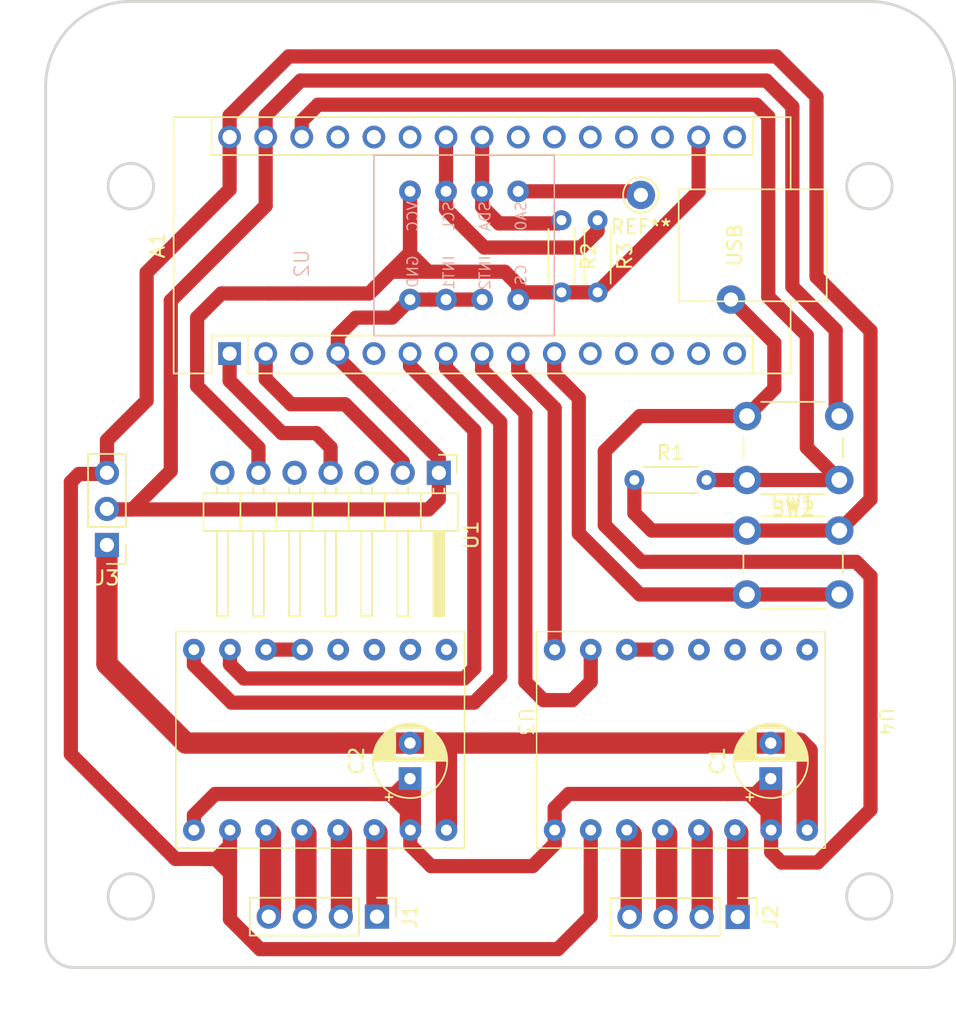
<source format=kicad_pcb>
(kicad_pcb (version 20221018) (generator pcbnew)
  (layers (0 "F.Cu" signal) (31 "B.Cu" signal) (34 "B.Paste" user) (35 "F.Paste" user) (36 "B.SilkS" user "B.Silkscreen") (37 "F.SilkS" user "F.Silkscreen") (38 "B.Mask" user) (39 "F.Mask" user) (44 "Edge.Cuts" user))
  (net 0 "")
  (net 1 "/TX")
  (net 2 "/RX")
  (net 3 "Net-(A1-~{RESET}-Pad28)")
  (net 4 "GND")
  (net 5 "/M1_STEP")
  (net 6 "/M1_DIR")
  (net 7 "/M2_STEP")
  (net 8 "/M2_DIR")
  (net 11 "+3.3V")
  (net 17 "/SDA")
  (net 18 "/SCL")
  (net 22 "+5V")
  (net 23 "+12V")
  (net 24 "/M1_2B")
  (net 25 "/M1_2A")
  (net 26 "/M1_1A")
  (net 27 "/M1_1B")
  (net 28 "/M2_2B")
  (net 29 "/M2_2A")
  (net 30 "/M2_1A")
  (net 31 "/M2_1B")
  (net 39 "Net-(U3-RESET)")
  (net 44 "Net-(U4-RESET)")
  (net 46 "Net-(A1-D7)")
  (footprint "Button_Switch_THT:SW_PUSH_6mm" (layer "F.Cu") (at 172.316 105.918)
    (fp_text reference "SW1" (at 3.25 -2) (layer "F.SilkS"))
    (fp_text value "SW_Push")
    (pad "1" thru_hole circle (at 0 0 90) (size 2 2) (drill 1.1) (layers "*.Cu" "*.Mask") (net 22 "+5V"))
    (pad "1" thru_hole circle (at 6.5 0 90) (size 2 2) (drill 1.1) (layers "*.Cu" "*.Mask") (net 22 "+5V"))
    (pad "2" thru_hole circle (at 0 4.5 90) (size 2 2) (drill 1.1) (layers "*.Cu" "*.Mask") (net 46 "Net-(A1-D7)"))
    (pad "2" thru_hole circle (at 6.5 4.5 90) (size 2 2) (drill 1.1) (layers "*.Cu" "*.Mask") (net 46 "Net-(A1-D7)"))
  )
  (footprint "Resistor_THT:R_Axial_DIN0204_L3.6mm_D1.6mm_P5.08mm_Horizontal" (layer "F.Cu") (at 161.798 84.074 -90)
    (fp_text reference "R3" (at 2.54 -1.92 90) (layer "F.SilkS"))
    (fp_text value "R")
    (pad "1" thru_hole circle (at 0 0 270) (size 1.4 1.4) (drill 0.7) (layers "*.Cu" "*.Mask") (net 18 "/SCL"))
    (pad "2" thru_hole oval (at 5.08 0 270) (size 1.4 1.4) (drill 0.7) (layers "*.Cu" "*.Mask") (net 11 "+3.3V"))
  )
  (footprint "Connector_PinHeader_2.54mm:PinHeader_1x07_P2.54mm_Horizontal" (layer "F.Cu") (at 150.622 101.854 -90)
    (fp_text reference "U1" (at 4.385 -2.27 90) (layer "F.SilkS"))
    (fp_text value "~")
    (pad "1" thru_hole rect (at 0 0 270) (size 1.7 1.7) (drill 1) (layers "*.Cu" "*.Mask") (net 4 "GND"))
    (pad "2" thru_hole oval (at 0 2.54 270) (size 1.7 1.7) (drill 1) (layers "*.Cu" "*.Mask") (net 2 "/RX"))
    (pad "3" thru_hole oval (at 0 5.08 270) (size 1.7 1.7) (drill 1) (layers "*.Cu" "*.Mask"))
    (pad "4" thru_hole oval (at 0 7.62 270) (size 1.7 1.7) (drill 1) (layers "*.Cu" "*.Mask") (net 1 "/TX"))
    (pad "5" thru_hole oval (at 0 10.16 270) (size 1.7 1.7) (drill 1) (layers "*.Cu" "*.Mask"))
    (pad "6" thru_hole oval (at 0 12.7 270) (size 1.7 1.7) (drill 1) (layers "*.Cu" "*.Mask") (net 11 "+3.3V"))
    (pad "7" thru_hole oval (at 0 15.24 270) (size 1.7 1.7) (drill 1) (layers "*.Cu" "*.Mask"))
  )
  (footprint "Resistor_THT:R_Axial_DIN0204_L3.6mm_D1.6mm_P5.08mm_Horizontal" (layer "F.Cu") (at 164.39 102.362)
    (fp_text reference "R1" (at 2.54 -1.92) (layer "F.SilkS"))
    (fp_text value "R")
    (pad "1" thru_hole circle (at 0 0) (size 1.4 1.4) (drill 0.7) (layers "*.Cu" "*.Mask") (net 22 "+5V"))
    (pad "2" thru_hole oval (at 5.08 0) (size 1.4 1.4) (drill 0.7) (layers "*.Cu" "*.Mask") (net 3 "Net-(A1-~{RESET}-Pad28)"))
  )
  (footprint "Capacitor_THT:CP_Radial_D5.0mm_P2.50mm" (layer "F.Cu") (at 173.99 123.379113 90)
    (fp_text reference "C1" (at 1.25 -3.75 90) (layer "F.SilkS"))
    (fp_text value "C")
    (pad "1" thru_hole rect (at 0 0 90) (size 1.6 1.6) (drill 0.8) (layers "*.Cu" "*.Mask") (net 4 "GND"))
    (pad "2" thru_hole circle (at 2.5 0 90) (size 1.6 1.6) (drill 0.8) (layers "*.Cu" "*.Mask") (net 23 "+12V"))
  )
  (footprint "Connector_PinHeader_2.54mm:PinHeader_1x04_P2.54mm_Vertical" (layer "F.Cu") (at 171.664 133.113 -90)
    (fp_text reference "J2" (at 0 -2.33 90) (layer "F.SilkS"))
    (fp_text value "Conn_01x04_Socket")
    (pad "1" thru_hole rect (at 0 0 270) (size 1.7 1.7) (drill 1) (layers "*.Cu" "*.Mask") (net 28 "/M2_2B"))
    (pad "2" thru_hole oval (at 0 2.54 270) (size 1.7 1.7) (drill 1) (layers "*.Cu" "*.Mask") (net 29 "/M2_2A"))
    (pad "3" thru_hole oval (at 0 5.08 270) (size 1.7 1.7) (drill 1) (layers "*.Cu" "*.Mask") (net 30 "/M2_1A"))
    (pad "4" thru_hole oval (at 0 7.62 270) (size 1.7 1.7) (drill 1) (layers "*.Cu" "*.Mask") (net 31 "/M2_1B"))
  )
  (footprint "A4988:A4988" (layer "F.Cu") (at 181.637 119.38 -90)
    (fp_text reference "U4" (at 0 -0.5 -90 unlocked) (layer "F.SilkS") (effects (font (thickness 0.1))))
    (fp_text value "~")
    (pad "1" thru_hole circle (at -5.08 5.08 270) (size 1.524 1.524) (drill 0.762) (layers "*.Cu" "*.Mask"))
    (pad "2" thru_hole circle (at -5.08 7.62 270) (size 1.524 1.524) (drill 0.762) (layers "*.Cu" "*.Mask"))
    (pad "3" thru_hole circle (at -5.08 10.16 270) (size 1.524 1.524) (drill 0.762) (layers "*.Cu" "*.Mask"))
    (pad "4" thru_hole circle (at -5.08 12.7 270) (size 1.524 1.524) (drill 0.762) (layers "*.Cu" "*.Mask"))
    (pad "5" thru_hole circle (at -5.08 15.24 270) (size 1.524 1.524) (drill 0.762) (layers "*.Cu" "*.Mask") (net 44 "Net-(U4-RESET)"))
    (pad "6" thru_hole circle (at -5.08 17.78 270) (size 1.524 1.524) (drill 0.762) (layers "*.Cu" "*.Mask") (net 44 "Net-(U4-RESET)"))
    (pad "7" thru_hole circle (at -5.08 20.32 270) (size 1.524 1.524) (drill 0.762) (layers "*.Cu" "*.Mask") (net 7 "/M2_STEP"))
    (pad "8" thru_hole circle (at -5.08 22.86 270) (size 1.524 1.524) (drill 0.762) (layers "*.Cu" "*.Mask") (net 8 "/M2_DIR"))
    (pad "9" thru_hole circle (at 7.62 22.86 270) (size 1.524 1.524) (drill 0.762) (layers "*.Cu" "*.Mask") (net 4 "GND"))
    (pad "10" thru_hole circle (at 7.62 20.32 270) (size 1.524 1.524) (drill 0.762) (layers "*.Cu" "*.Mask") (net 22 "+5V"))
    (pad "11" thru_hole circle (at 7.62 17.78 270) (size 1.524 1.524) (drill 0.762) (layers "*.Cu" "*.Mask") (net 31 "/M2_1B"))
    (pad "12" thru_hole circle (at 7.62 15.24 270) (size 1.524 1.524) (drill 0.762) (layers "*.Cu" "*.Mask") (net 30 "/M2_1A"))
    (pad "13" thru_hole circle (at 7.62 12.7 270) (size 1.524 1.524) (drill 0.762) (layers "*.Cu" "*.Mask") (net 29 "/M2_2A"))
    (pad "14" thru_hole circle (at 7.62 10.16 270) (size 1.524 1.524) (drill 0.762) (layers "*.Cu" "*.Mask") (net 28 "/M2_2B"))
    (pad "15" thru_hole circle (at 7.62 7.62 270) (size 1.524 1.524) (drill 0.762) (layers "*.Cu" "*.Mask") (net 4 "GND"))
    (pad "16" thru_hole circle (at 7.62 5.08 270) (size 1.524 1.524) (drill 0.762) (layers "*.Cu" "*.Mask") (net 23 "+12V"))
  )
  (footprint "Connector_PinHeader_2.54mm:PinHeader_1x03_P2.54mm_Vertical" (layer "F.Cu") (at 127.254 106.934 180)
    (fp_text reference "J3" (at 0 -2.33) (layer "F.SilkS"))
    (fp_text value "Conn_01x03_Socket")
    (pad "1" thru_hole rect (at 0 0 180) (size 1.7 1.7) (drill 1) (layers "*.Cu" "*.Mask") (net 23 "+12V"))
    (pad "2" thru_hole oval (at 0 2.54 180) (size 1.7 1.7) (drill 1) (layers "*.Cu" "*.Mask") (net 4 "GND"))
    (pad "3" thru_hole oval (at 0 5.08 180) (size 1.7 1.7) (drill 1) (layers "*.Cu" "*.Mask") (net 22 "+5V"))
  )
  (footprint "A4988:A4988" (layer "F.Cu") (at 156.237 119.38 -90)
    (fp_text reference "U3" (at 0 -0.5 -90 unlocked) (layer "F.SilkS") (effects (font (thickness 0.1))))
    (fp_text value "~")
    (pad "1" thru_hole circle (at -5.08 5.08 270) (size 1.524 1.524) (drill 0.762) (layers "*.Cu" "*.Mask"))
    (pad "2" thru_hole circle (at -5.08 7.62 270) (size 1.524 1.524) (drill 0.762) (layers "*.Cu" "*.Mask"))
    (pad "3" thru_hole circle (at -5.08 10.16 270) (size 1.524 1.524) (drill 0.762) (layers "*.Cu" "*.Mask"))
    (pad "4" thru_hole circle (at -5.08 12.7 270) (size 1.524 1.524) (drill 0.762) (layers "*.Cu" "*.Mask"))
    (pad "5" thru_hole circle (at -5.08 15.24 270) (size 1.524 1.524) (drill 0.762) (layers "*.Cu" "*.Mask") (net 39 "Net-(U3-RESET)"))
    (pad "6" thru_hole circle (at -5.08 17.78 270) (size 1.524 1.524) (drill 0.762) (layers "*.Cu" "*.Mask") (net 39 "Net-(U3-RESET)"))
    (pad "7" thru_hole circle (at -5.08 20.32 270) (size 1.524 1.524) (drill 0.762) (layers "*.Cu" "*.Mask") (net 5 "/M1_STEP"))
    (pad "8" thru_hole circle (at -5.08 22.86 270) (size 1.524 1.524) (drill 0.762) (layers "*.Cu" "*.Mask") (net 6 "/M1_DIR"))
    (pad "9" thru_hole circle (at 7.62 22.86 270) (size 1.524 1.524) (drill 0.762) (layers "*.Cu" "*.Mask") (net 4 "GND"))
    (pad "10" thru_hole circle (at 7.62 20.32 270) (size 1.524 1.524) (drill 0.762) (layers "*.Cu" "*.Mask") (net 22 "+5V"))
    (pad "11" thru_hole circle (at 7.62 17.78 270) (size 1.524 1.524) (drill 0.762) (layers "*.Cu" "*.Mask") (net 27 "/M1_1B"))
    (pad "12" thru_hole circle (at 7.62 15.24 270) (size 1.524 1.524) (drill 0.762) (layers "*.Cu" "*.Mask") (net 26 "/M1_1A"))
    (pad "13" thru_hole circle (at 7.62 12.7 270) (size 1.524 1.524) (drill 0.762) (layers "*.Cu" "*.Mask") (net 25 "/M1_2A"))
    (pad "14" thru_hole circle (at 7.62 10.16 270) (size 1.524 1.524) (drill 0.762) (layers "*.Cu" "*.Mask") (net 24 "/M1_2B"))
    (pad "15" thru_hole circle (at 7.62 7.62 270) (size 1.524 1.524) (drill 0.762) (layers "*.Cu" "*.Mask") (net 4 "GND"))
    (pad "16" thru_hole circle (at 7.62 5.08 270) (size 1.524 1.524) (drill 0.762) (layers "*.Cu" "*.Mask") (net 23 "+12V"))
  )
  (footprint "Connector_Pin:Pin_D1.0mm_L10.0mm" (layer "F.Cu") (at 164.846 82.296)
    (fp_text reference "REF**" (at 0 2.25) (layer "F.SilkS"))
    (fp_text value "Pin_D1.0mm_L10.0mm")
    (pad "1" thru_hole circle (at 0 0) (size 2 2) (drill 1) (layers "*.Cu" "*.Mask") (net 4 "GND"))
  )
  (footprint "Capacitor_THT:CP_Radial_D5.0mm_P2.50mm" (layer "F.Cu") (at 148.59 123.379113 90)
    (fp_text reference "C2" (at 1.25 -3.75 90) (layer "F.SilkS"))
    (fp_text value "C")
    (pad "1" thru_hole rect (at 0 0 90) (size 1.6 1.6) (drill 0.8) (layers "*.Cu" "*.Mask") (net 4 "GND"))
    (pad "2" thru_hole circle (at 2.5 0 90) (size 1.6 1.6) (drill 0.8) (layers "*.Cu" "*.Mask") (net 23 "+12V"))
  )
  (footprint "Button_Switch_THT:SW_PUSH_6mm" (layer "F.Cu") (at 178.816 102.362 180)
    (fp_text reference "SW2" (at 3.25 -2) (layer "F.SilkS"))
    (fp_text value "SW_Push")
    (pad "1" thru_hole circle (at 0 0 270) (size 2 2) (drill 1.1) (layers "*.Cu" "*.Mask") (net 3 "Net-(A1-~{RESET}-Pad28)"))
    (pad "1" thru_hole circle (at 6.5 0 270) (size 2 2) (drill 1.1) (layers "*.Cu" "*.Mask") (net 3 "Net-(A1-~{RESET}-Pad28)"))
    (pad "2" thru_hole circle (at 0 4.5 270) (size 2 2) (drill 1.1) (layers "*.Cu" "*.Mask") (net 4 "GND"))
    (pad "2" thru_hole circle (at 6.5 4.5 270) (size 2 2) (drill 1.1) (layers "*.Cu" "*.Mask") (net 4 "GND"))
  )
  (footprint "" (layer "F.Cu") (at 171.196 89.662)
    (fp_text reference "" (at 0 0) (layer "F.SilkS") (effects (font (size 1.27 1.27))))
    (fp_text value "" (at 0 0) (layer "F.SilkS") (effects (font (size 1.27 1.27))))
    (pad "1" thru_hole circle (at 0 0) (size 2 2) (drill 1) (layers "*.Cu" "*.Mask") (net 4 "GND"))
  )
  (footprint "Resistor_THT:R_Axial_DIN0204_L3.6mm_D1.6mm_P5.08mm_Horizontal" (layer "F.Cu") (at 159.258 84.074 -90)
    (fp_text reference "R2" (at 2.54 -1.92 90) (layer "F.SilkS"))
    (fp_text value "R")
    (pad "1" thru_hole circle (at 0 0 270) (size 1.4 1.4) (drill 0.7) (layers "*.Cu" "*.Mask") (net 17 "/SDA"))
    (pad "2" thru_hole oval (at 5.08 0 270) (size 1.4 1.4) (drill 0.7) (layers "*.Cu" "*.Mask") (net 11 "+3.3V"))
  )
  (footprint "Module:Arduino_Nano" (layer "F.Cu") (at 135.89 93.462 90)
    (fp_text reference "A1" (at 7.62 -5.08 90) (layer "F.SilkS"))
    (fp_text value "Arduino_Nano_v3.x")
    (fp_text user "USB" (at 7.62 35.56 90 unlocked) (layer "F.SilkS"))
    (pad "1" thru_hole rect (at 0 0 90) (size 1.6 1.6) (drill 1) (layers "*.Cu" "*.Mask") (net 1 "/TX"))
    (pad "2" thru_hole oval (at 0 2.54 90) (size 1.6 1.6) (drill 1) (layers "*.Cu" "*.Mask") (net 2 "/RX"))
    (pad "3" thru_hole oval (at 0 5.08 90) (size 1.6 1.6) (drill 1) (layers "*.Cu" "*.Mask") (net 3 "Net-(A1-~{RESET}-Pad28)"))
    (pad "4" thru_hole oval (at 0 7.62 90) (size 1.6 1.6) (drill 1) (layers "*.Cu" "*.Mask") (net 4 "GND"))
    (pad "5" thru_hole oval (at 0 10.16 90) (size 1.6 1.6) (drill 1) (layers "*.Cu" "*.Mask"))
    (pad "6" thru_hole oval (at 0 12.7 90) (size 1.6 1.6) (drill 1) (layers "*.Cu" "*.Mask") (net 5 "/M1_STEP"))
    (pad "7" thru_hole oval (at 0 15.24 90) (size 1.6 1.6) (drill 1) (layers "*.Cu" "*.Mask") (net 6 "/M1_DIR"))
    (pad "8" thru_hole oval (at 0 17.78 90) (size 1.6 1.6) (drill 1) (layers "*.Cu" "*.Mask") (net 7 "/M2_STEP"))
    (pad "9" thru_hole oval (at 0 20.32 90) (size 1.6 1.6) (drill 1) (layers "*.Cu" "*.Mask") (net 8 "/M2_DIR"))
    (pad "10" thru_hole oval (at 0 22.86 90) (size 1.6 1.6) (drill 1) (layers "*.Cu" "*.Mask") (net 46 "Net-(A1-D7)"))
    (pad "11" thru_hole oval (at 0 25.4 90) (size 1.6 1.6) (drill 1) (layers "*.Cu" "*.Mask"))
    (pad "12" thru_hole oval (at 0 27.94 90) (size 1.6 1.6) (drill 1) (layers "*.Cu" "*.Mask"))
    (pad "13" thru_hole oval (at 0 30.48 90) (size 1.6 1.6) (drill 1) (layers "*.Cu" "*.Mask"))
    (pad "14" thru_hole oval (at 0 33.02 90) (size 1.6 1.6) (drill 1) (layers "*.Cu" "*.Mask"))
    (pad "15" thru_hole oval (at 0 35.56 90) (size 1.6 1.6) (drill 1) (layers "*.Cu" "*.Mask"))
    (pad "16" thru_hole oval (at 15.24 35.56 90) (size 1.6 1.6) (drill 1) (layers "*.Cu" "*.Mask"))
    (pad "17" thru_hole oval (at 15.24 33.02 90) (size 1.6 1.6) (drill 1) (layers "*.Cu" "*.Mask") (net 11 "+3.3V"))
    (pad "18" thru_hole oval (at 15.24 30.48 90) (size 1.6 1.6) (drill 1) (layers "*.Cu" "*.Mask"))
    (pad "19" thru_hole oval (at 15.24 27.94 90) (size 1.6 1.6) (drill 1) (layers "*.Cu" "*.Mask"))
    (pad "20" thru_hole oval (at 15.24 25.4 90) (size 1.6 1.6) (drill 1) (layers "*.Cu" "*.Mask"))
    (pad "21" thru_hole oval (at 15.24 22.86 90) (size 1.6 1.6) (drill 1) (layers "*.Cu" "*.Mask"))
    (pad "22" thru_hole oval (at 15.24 20.32 90) (size 1.6 1.6) (drill 1) (layers "*.Cu" "*.Mask"))
    (pad "23" thru_hole oval (at 15.24 17.78 90) (size 1.6 1.6) (drill 1) (layers "*.Cu" "*.Mask") (net 17 "/SDA"))
    (pad "24" thru_hole oval (at 15.24 15.24 90) (size 1.6 1.6) (drill 1) (layers "*.Cu" "*.Mask") (net 18 "/SCL"))
    (pad "25" thru_hole oval (at 15.24 12.7 90) (size 1.6 1.6) (drill 1) (layers "*.Cu" "*.Mask"))
    (pad "26" thru_hole oval (at 15.24 10.16 90) (size 1.6 1.6) (drill 1) (layers "*.Cu" "*.Mask"))
    (pad "27" thru_hole oval (at 15.24 7.62 90) (size 1.6 1.6) (drill 1) (layers "*.Cu" "*.Mask"))
    (pad "28" thru_hole oval (at 15.24 5.08 90) (size 1.6 1.6) (drill 1) (layers "*.Cu" "*.Mask") (net 3 "Net-(A1-~{RESET}-Pad28)"))
    (pad "29" thru_hole oval (at 15.24 2.54 90) (size 1.6 1.6) (drill 1) (layers "*.Cu" "*.Mask") (net 4 "GND"))
    (pad "30" thru_hole oval (at 15.24 0 90) (size 1.6 1.6) (drill 1) (layers "*.Cu" "*.Mask") (net 22 "+5V"))
  )
  (footprint "Connector_PinHeader_2.54mm:PinHeader_1x04_P2.54mm_Vertical" (layer "F.Cu") (at 146.264 133.096 -90)
    (fp_text reference "J1" (at 0 -2.33 90) (layer "F.SilkS"))
    (fp_text value "Conn_01x04_Socket")
    (pad "1" thru_hole rect (at 0 0 270) (size 1.7 1.7) (drill 1) (layers "*.Cu" "*.Mask") (net 24 "/M1_2B"))
    (pad "2" thru_hole oval (at 0 2.54 270) (size 1.7 1.7) (drill 1) (layers "*.Cu" "*.Mask") (net 25 "/M1_2A"))
    (pad "3" thru_hole oval (at 0 5.08 270) (size 1.7 1.7) (drill 1) (layers "*.Cu" "*.Mask") (net 26 "/M1_1A"))
    (pad "4" thru_hole oval (at 0 7.62 270) (size 1.7 1.7) (drill 1) (layers "*.Cu" "*.Mask") (net 27 "/M1_1B"))
  )
  (footprint "L3GD20H_Module:L3GD20H_Module" (layer "B.Cu") (at 153.67 87.122 -90)
    (fp_text reference "U2" (at 0 12.7 90 unlocked) (layer "B.SilkS") (effects (font (thickness 0.1)) (justify mirror)))
    (fp_text value "~")
    (fp_text user "GND" (at -0.635 4.445 90 unlocked) (layer "B.SilkS") (effects (font (size 0.75 0.75) (thickness 0.1)) (justify left bottom mirror)))
    (fp_text user "CS" (at 0 -3.175 90 unlocked) (layer "B.SilkS") (effects (font (size 0.75 0.75) (thickness 0.1)) (justify left bottom mirror)))
    (fp_text user "SCL" (at -4.445 1.905 90 unlocked) (layer "B.SilkS") (effects (font (size 0.75 0.75) (thickness 0.1)) (justify left bottom mirror)))
    (fp_text user "VCC" (at -4.445 4.445 90 unlocked) (layer "B.SilkS") (effects (font (size 0.75 0.75) (thickness 0.1)) (justify left bottom mirror)))
    (fp_text user "SDA" (at -4.445 -0.635 90 unlocked) (layer "B.SilkS") (effects (font (size 0.75 0.75) (thickness 0.1)) (justify left bottom mirror)))
    (fp_text user "SA0" (at -4.445 -3.175 90 unlocked) (layer "B.SilkS") (effects (font (size 0.75 0.75) (thickness 0.1)) (justify left bottom mirror)))
    (fp_text user "INT2" (at -0.635 -0.635 90 unlocked) (layer "B.SilkS") (effects (font (size 0.75 0.75) (thickness 0.1)) (justify left bottom mirror)))
    (fp_text user "INT1" (at -0.635 1.905 90 unlocked) (layer "B.SilkS") (effects (font (size 0.75 0.75) (thickness 0.1)) (justify left bottom mirror)))
    (pad "1" thru_hole circle (at -5.08 5.08 270) (size 1.524 1.524) (drill 0.762) (layers "*.Cu" "*.Mask") (net 11 "+3.3V"))
    (pad "2" thru_hole circle (at -5.08 2.54 270) (size 1.524 1.524) (drill 0.762) (layers "*.Cu" "*.Mask") (net 18 "/SCL"))
    (pad "3" thru_hole circle (at -5.08 0 270) (size 1.524 1.524) (drill 0.762) (layers "*.Cu" "*.Mask") (net 17 "/SDA"))
    (pad "4" thru_hole circle (at -5.08 -2.54 270) (size 1.524 1.524) (drill 0.762) (layers "*.Cu" "*.Mask") (net 4 "GND"))
    (pad "5" thru_hole circle (at 2.54 5.08 270) (size 1.524 1.524) (drill 0.762) (layers "*.Cu" "*.Mask") (net 4 "GND"))
    (pad "6" thru_hole circle (at 2.54 2.54 270) (size 1.524 1.524) (drill 0.762) (layers "*.Cu" "*.Mask") (net 4 "GND"))
    (pad "7" thru_hole circle (at 2.54 0 270) (size 1.524 1.524) (drill 0.762) (layers "*.Cu" "*.Mask") (net 4 "GND"))
    (pad "8" thru_hole circle (at 2.54 -2.54 270) (size 1.524 1.524) (drill 0.762) (layers "*.Cu" "*.Mask") (net 11 "+3.3V"))
  )
  (gr_circle (center 180.936 81.676) (end 179.336 81.676) (stroke (width 0.2)) (fill none) (layer "Edge.Cuts"))
  (gr_line (start 186.936 134.676) (end 186.936 74.676) (stroke (width 0.2)) (layer "Edge.Cuts"))
  (gr_circle (center 128.936 131.676) (end 127.336 131.676) (stroke (width 0.2)) (fill none) (layer "Edge.Cuts"))
  (gr_circle (center 128.936 81.676) (end 127.336 81.676) (stroke (width 0.2)) (fill none) (layer "Edge.Cuts"))
  (gr_line (start 180.936 68.676) (end 128.936 68.676) (stroke (width 0.2)) (layer "Edge.Cuts"))
  (gr_arc (start 180.936 68.676) (mid 185.178641 70.433359) (end 186.936 74.676) (stroke (width 0.2)) (layer "Edge.Cuts"))
  (gr_line (start 122.936 74.676) (end 122.936 134.676) (stroke (width 0.2)) (layer "Edge.Cuts"))
  (gr_circle (center 180.936 131.676) (end 179.336 131.676) (stroke (width 0.2)) (fill none) (layer "Edge.Cuts"))
  (gr_line (start 124.936 136.676) (end 184.936 136.676) (stroke (width 0.2)) (layer "Edge.Cuts"))
  (gr_arc (start 122.936 74.676) (mid 124.693359 70.433359) (end 128.936 68.676) (stroke (width 0.2)) (layer "Edge.Cuts"))
  (gr_arc (start 186.936 134.676) (mid 186.350214 136.090214) (end 184.936 136.676) (stroke (width 0.2)) (layer "Edge.Cuts"))
  (gr_arc (start 124.936 136.676) (mid 123.521786 136.090214) (end 122.936 134.676) (stroke (width 0.2)) (layer "Edge.Cuts"))
  (segment (start 135.89 95.377) (end 139.573 99.06) (width 1) (layer "F.Cu") (net 1))
  (segment (start 139.573 99.06) (end 141.986 99.06) (width 1) (layer "F.Cu") (net 1))
  (segment (start 141.986 99.06) (end 143.002 100.076) (width 1) (layer "F.Cu") (net 1))
  (segment (start 143.002 100.076) (end 143.002 101.854) (width 1) (layer "F.Cu") (net 1))
  (segment (start 135.89 93.462) (end 135.89 95.377) (width 1) (layer "F.Cu") (net 1))
  (segment (start 138.43 93.462) (end 138.43 95.25) (width 1) (layer "F.Cu") (net 2))
  (segment (start 148.082 101.092) (end 148.082 101.854) (width 1) (layer "F.Cu") (net 2))
  (segment (start 144.018 97.028) (end 148.082 101.092) (width 1) (layer "F.Cu") (net 2))
  (segment (start 140.208 97.028) (end 144.018 97.028) (width 1) (layer "F.Cu") (net 2))
  (segment (start 138.43 95.25) (end 140.208 97.028) (width 1) (layer "F.Cu") (net 2))
  (segment (start 173.814 76.786) (end 173.814 89.468326) (width 1) (layer "F.Cu") (net 3))
  (segment (start 173.814 89.468326) (end 176.53 92.184327) (width 1) (layer "F.Cu") (net 3))
  (segment (start 172.974 75.946) (end 173.814 76.786) (width 1) (layer "F.Cu") (net 3))
  (segment (start 176.53 92.184327) (end 176.53 100.076) (width 1) (layer "F.Cu") (net 3))
  (segment (start 140.97 78.222) (end 140.97 77.09063) (width 1) (layer "F.Cu") (net 3))
  (segment (start 142.11463 75.946) (end 172.974 75.946) (width 1) (layer "F.Cu") (net 3))
  (segment (start 178.816 102.362) (end 169.47 102.362) (width 1) (layer "F.Cu") (net 3))
  (segment (start 176.53 100.076) (end 178.816 102.362) (width 1) (layer "F.Cu") (net 3))
  (segment (start 140.97 77.09063) (end 142.11463 75.946) (width 1) (layer "F.Cu") (net 3))
  (segment (start 148.59 89.662) (end 147.32 90.932) (width 1) (layer "F.Cu") (net 4))
  (segment (start 148.617 127) (end 148.617 123.406113) (width 1.5) (layer "F.Cu") (net 4))
  (segment (start 143.51 93.750428) (end 145.221572 95.462) (width 1) (layer "F.Cu") (net 4))
  (segment (start 131.748 101.718) (end 129.032 104.434) (width 1) (layer "F.Cu") (net 4))
  (segment (start 147.32 90.932) (end 144.78 90.932) (width 1) (layer "F.Cu") (net 4))
  (segment (start 174.017 128.551) (end 174.752 129.286) (width 1) (layer "F.Cu") (net 4))
  (segment (start 158.777 127.989) (end 158.777 127) (width 1) (layer "F.Cu") (net 4))
  (segment (start 181.016 109.134) (end 180 108.118) (width 1) (layer "F.Cu") (net 4))
  (segment (start 156.21 82.042) (end 164.592 82.042) (width 1) (layer "F.Cu") (net 4))
  (segment (start 138.43 76.708) (end 138.43 78.222) (width 1) (layer "F.Cu") (net 4))
  (segment (start 143.51 92.202) (end 143.51 93.462) (width 1) (layer "F.Cu") (net 4))
  (segment (start 150.622 103.704) (end 150.622 101.854) (width 1) (layer "F.Cu") (net 4))
  (segment (start 133.377 125.957) (end 134.874 124.46) (width 1) (layer "F.Cu") (net 4))
  (segment (start 164.774 97.862) (end 172.316 97.862) (width 1) (layer "F.Cu") (net 4))
  (segment (start 129.032 104.434) (end 127.254 104.434) (width 1) (layer "F.Cu") (net 4))
  (segment (start 133.377 127) (end 133.377 125.957) (width 1) (layer "F.Cu") (net 4))
  (segment (start 178.562 91.812164) (end 175.514 88.764163) (width 1) (layer "F.Cu") (net 4))
  (segment (start 148.617 128.07763) (end 150.07937 129.54) (width 1) (layer "F.Cu") (net 4))
  (segment (start 148.617 123.406113) (end 148.59 123.379113) (width 1.5) (layer "F.Cu") (net 4))
  (segment (start 174.017 127) (end 174.017 128.551) (width 1) (layer "F.Cu") (net 4))
  (segment (start 174.752 129.286) (end 177.292 129.286) (width 1) (layer "F.Cu") (net 4))
  (segment (start 172.909113 124.46) (end 173.99 123.379113) (width 1) (layer "F.Cu") (net 4))
  (segment (start 175.514 76.081836) (end 173.678164 74.246) (width 1) (layer "F.Cu") (net 4))
  (segment (start 138.43 83.058) (end 131.748 89.74) (width 1) (layer "F.Cu") (net 4))
  (segment (start 174.244 92.71) (end 174.244 95.934) (width 1) (layer "F.Cu") (net 4))
  (segment (start 174.244 95.934) (end 172.316 97.862) (width 1) (layer "F.Cu") (net 4))
  (segment (start 147.15463 124.46) (end 148.617 125.92237) (width 1) (layer "F.Cu") (net 4))
  (segment (start 157.226 129.54) (end 158.777 127.989) (width 1) (layer "F.Cu") (net 4))
  (segment (start 134.874 124.46) (end 146.05 124.46) (width 1) (layer "F.Cu") (net 4))
  (segment (start 148.617 127) (end 148.617 128.07763) (width 1) (layer "F.Cu") (net 4))
  (segment (start 162.306 100.33) (end 164.774 97.862) (width 1) (layer "F.Cu") (net 4))
  (segment (start 174.017 123.406113) (end 173.99 123.379113) (width 1.5) (layer "F.Cu") (net 4))
  (segment (start 149.892 104.434) (end 150.622 103.704) (width 1) (layer "F.Cu") (net 4))
  (segment (start 170.942 124.46) (end 172.466 124.46) (width 1) (layer "F.Cu") (net 4))
  (segment (start 174.017 126.011) (end 174.017 127) (width 1) (layer "F.Cu") (net 4))
  (segment (start 147.509113 124.46) (end 148.59 123.379113) (width 1) (layer "F.Cu") (net 4))
  (segment (start 146.05 124.46) (end 147.509113 124.46) (width 1) (layer "F.Cu") (net 4))
  (segment (start 171.196 89.662) (end 174.244 92.71) (width 1) (layer "F.Cu") (net 4))
  (segment (start 150.622 100.838) (end 150.622 101.854) (width 1) (layer "F.Cu") (net 4))
  (segment (start 181.016 125.562) (end 181.016 109.134) (width 1) (layer "F.Cu") (net 4))
  (segment (start 153.67 89.662) (end 148.59 89.662) (width 1) (layer "F.Cu") (net 4))
  (segment (start 177.292 129.286) (end 181.016 125.562) (width 1) (layer "F.Cu") (net 4))
  (segment (start 164.878164 108.118) (end 162.306 105.545836) (width 1) (layer "F.Cu") (net 4))
  (segment (start 145.221572 95.462) (end 145.246 95.462) (width 1) (layer "F.Cu") (net 4))
  (segment (start 148.617 125.92237) (end 148.617 127) (width 1) (layer "F.Cu") (net 4))
  (segment (start 150.07937 129.54) (end 157.226 129.54) (width 1) (layer "F.Cu") (net 4))
  (segment (start 180 108.118) (end 164.878164 108.118) (width 1) (layer "F.Cu") (net 4))
  (segment (start 127.254 104.434) (end 149.892 104.434) (width 1) (layer "F.Cu") (net 4))
  (segment (start 145.246 95.462) (end 150.622 100.838) (width 1) (layer "F.Cu") (net 4))
  (segment (start 164.592 82.042) (end 164.846 82.296) (width 1) (layer "F.Cu") (net 4))
  (segment (start 143.51 93.462) (end 143.51 93.750428) (width 1) (layer "F.Cu") (net 4))
  (segment (start 138.43 78.222) (end 138.43 83.058) (width 1) (layer "F.Cu") (net 4))
  (segment (start 162.306 105.545836) (end 162.306 100.33) (width 1) (layer "F.Cu") (net 4))
  (segment (start 146.05 124.46) (end 147.15463 124.46) (width 1) (layer "F.Cu") (net 4))
  (segment (start 175.514 88.764163) (end 175.514 76.081836) (width 1) (layer "F.Cu") (net 4))
  (segment (start 144.78 90.932) (end 143.51 92.202) (width 1) (layer "F.Cu") (net 4))
  (segment (start 131.748 89.74) (end 131.748 101.718) (width 1) (layer "F.Cu") (net 4))
  (segment (start 158.777 127) (end 158.777 125.449) (width 1) (layer "F.Cu") (net 4))
  (segment (start 172.466 124.46) (end 172.909113 124.46) (width 1) (layer "F.Cu") (net 4))
  (segment (start 140.892 74.246) (end 138.43 76.708) (width 1) (layer "F.Cu") (net 4))
  (segment (start 158.777 125.449) (end 159.766 124.46) (width 1) (layer "F.Cu") (net 4))
  (segment (start 173.678164 74.246) (end 140.892 74.246) (width 1) (layer "F.Cu") (net 4))
  (segment (start 159.766 124.46) (end 170.942 124.46) (width 1) (layer "F.Cu") (net 4))
  (segment (start 178.562 97.862) (end 178.562 91.812164) (width 1) (layer "F.Cu") (net 4))
  (segment (start 172.466 124.46) (end 174.017 126.011) (width 1) (layer "F.Cu") (net 4))
  (segment (start 174.017 127) (end 174.017 123.406113) (width 1.5) (layer "F.Cu") (net 4))
  (segment (start 148.59 93.462) (end 148.59 94.334492) (width 1) (layer "F.Cu") (net 5))
  (segment (start 135.917 115.343) (end 135.917 114.3) (width 1) (layer "F.Cu") (net 5))
  (segment (start 136.906 116.332) (end 135.917 115.343) (width 1) (layer "F.Cu") (net 5))
  (segment (start 148.59 94.334492) (end 153.119 98.863492) (width 1) (layer "F.Cu") (net 5))
  (segment (start 153.119 115.613) (end 152.4 116.332) (width 1) (layer "F.Cu") (net 5))
  (segment (start 153.119 98.863492) (end 153.119 115.613) (width 1) (layer "F.Cu") (net 5))
  (segment (start 152.4 116.332) (end 136.906 116.332) (width 1) (layer "F.Cu") (net 5))
  (segment (start 151.13 94.470328) (end 151.13 93.462) (width 1) (layer "F.Cu") (net 6))
  (segment (start 136.03137 118.032) (end 153.104164 118.032) (width 1) (layer "F.Cu") (net 6))
  (segment (start 133.377 115.37763) (end 136.03137 118.032) (width 1) (layer "F.Cu") (net 6))
  (segment (start 154.94 116.196164) (end 154.94 98.280328) (width 1) (layer "F.Cu") (net 6))
  (segment (start 154.94 98.280328) (end 151.13 94.470328) (width 1) (layer "F.Cu") (net 6))
  (segment (start 153.104164 118.032) (end 154.94 116.196164) (width 1) (layer "F.Cu") (net 6))
  (segment (start 133.377 114.3) (end 133.377 115.37763) (width 1) (layer "F.Cu") (net 6))
  (segment (start 153.67 93.462) (end 153.67 94.606164) (width 1) (layer "F.Cu") (net 7))
  (segment (start 153.67 94.606164) (end 156.718 97.654164) (width 1) (layer "F.Cu") (net 7))
  (segment (start 153.67 93.462) (end 153.67 93.750428) (width 1) (layer "F.Cu") (net 7))
  (segment (start 156.718 116.586) (end 157.988 117.856) (width 1) (layer "F.Cu") (net 7))
  (segment (start 156.718 97.654164) (end 156.718 116.586) (width 1) (layer "F.Cu") (net 7))
  (segment (start 160.02 117.856) (end 161.317 116.559) (width 1) (layer "F.Cu") (net 7))
  (segment (start 157.988 117.856) (end 160.02 117.856) (width 1) (layer "F.Cu") (net 7))
  (segment (start 161.317 116.559) (end 161.317 114.3) (width 1) (layer "F.Cu") (net 7))
  (segment (start 156.21 94.742) (end 158.777 97.309) (width 1) (layer "F.Cu") (net 8))
  (segment (start 156.21 93.462) (end 156.21 94.742) (width 1) (layer "F.Cu") (net 8))
  (segment (start 158.777 97.309) (end 158.777 114.3) (width 1) (layer "F.Cu") (net 8))
  (segment (start 161.798 89.154) (end 168.91 82.042) (width 1) (layer "F.Cu") (net 11))
  (segment (start 145.718 89.232) (end 140.716 89.232) (width 1) (layer "F.Cu") (net 11))
  (segment (start 148.59 87.7) (end 147.25 87.7) (width 1) (layer "F.Cu") (net 11))
  (segment (start 146.05 88.9) (end 145.718 89.232) (width 1) (layer "F.Cu") (net 11))
  (segment (start 148.59 82.042) (end 148.59 86.36) (width 1) (layer "F.Cu") (net 11))
  (segment (start 156.21 88.646) (end 155.264 87.7) (width 1) (layer "F.Cu") (net 11))
  (segment (start 135.304 89.232) (end 133.604 90.932) (width 1) (layer "F.Cu") (net 11))
  (segment (start 148.59 86.43) (end 149.86 87.7) (width 1) (layer "F.Cu") (net 11))
  (segment (start 137.922 100.076) (end 137.922 101.854) (width 1) (layer "F.Cu") (net 11))
  (segment (start 156.21 89.662) (end 156.718 89.154) (width 1) (layer "F.Cu") (net 11))
  (segment (start 148.59 82.042) (end 148.59 86.43) (width 1) (layer "F.Cu") (net 11))
  (segment (start 133.604 90.932) (end 133.604 95.758) (width 1) (layer "F.Cu") (net 11))
  (segment (start 140.716 89.232) (end 138.684 89.232) (width 1) (layer "F.Cu") (net 11))
  (segment (start 147.25 87.7) (end 146.05 88.9) (width 1) (layer "F.Cu") (net 11))
  (segment (start 156.21 89.662) (end 156.21 88.646) (width 1) (layer "F.Cu") (net 11))
  (segment (start 168.91 82.042) (end 168.91 78.222) (width 1) (layer "F.Cu") (net 11))
  (segment (start 148.59 86.36) (end 146.05 88.9) (width 1) (layer "F.Cu") (net 11))
  (segment (start 133.604 95.758) (end 137.922 100.076) (width 1) (layer "F.Cu") (net 11))
  (segment (start 138.684 89.232) (end 135.304 89.232) (width 1) (layer "F.Cu") (net 11))
  (segment (start 156.718 89.154) (end 161.798 89.154) (width 1) (layer "F.Cu") (net 11))
  (segment (start 149.86 87.7) (end 148.59 87.7) (width 1) (layer "F.Cu") (net 11))
  (segment (start 148.59 82.042) (end 148.59 87.7) (width 1) (layer "F.Cu") (net 11))
  (segment (start 155.264 87.7) (end 149.86 87.7) (width 1) (layer "F.Cu") (net 11))
  (segment (start 154.85037 84.3) (end 153.67 83.11963) (width 1) (layer "F.Cu") (net 17))
  (segment (start 153.67 82.042) (end 153.67 78.222) (width 1) (layer "F.Cu") (net 17))
  (segment (start 159.032 84.3) (end 154.85037 84.3) (width 1) (layer "F.Cu") (net 17))
  (segment (start 153.67 83.11963) (end 153.67 82.042) (width 1) (layer "F.Cu") (net 17))
  (segment (start 159.258 84.074) (end 159.032 84.3) (width 1) (layer "F.Cu") (net 17))
  (segment (start 161.798 84.836) (end 160.634 86) (width 1) (layer "F.Cu") (net 18))
  (segment (start 153.818 86) (end 151.13 83.312) (width 1) (layer "F.Cu") (net 18))
  (segment (start 161.798 84.074) (end 161.798 84.836) (width 1) (layer "F.Cu") (net 18))
  (segment (start 151.13 83.312) (end 151.13 82.042) (width 1) (layer "F.Cu") (net 18))
  (segment (start 151.13 82.042) (end 151.13 78.222) (width 1) (layer "F.Cu") (net 18))
  (segment (start 160.634 86) (end 153.818 86) (width 1) (layer "F.Cu") (net 18))
  (segment (start 165.608 105.918) (end 164.39 104.7) (width 1) (layer "F.Cu") (net 22))
  (segment (start 178.816 105.918) (end 181.016 103.718) (width 1) (layer "F.Cu") (net 22))
  (segment (start 135.89 81.915) (end 130.048 87.757) (width 1) (layer "F.Cu") (net 22))
  (segment (start 127.254 101.934) (end 125.984 101.934) (width 1) (layer "F.Cu") (net 22))
  (segment (start 161.317 133.069) (end 161.317 127) (width 1) (layer "F.Cu") (net 22))
  (segment (start 135.917 130.048) (end 135.917 133.273138) (width 1) (layer "F.Cu") (net 22))
  (segment (start 125.984 101.934) (end 125.279 101.934) (width 1) (layer "F.Cu") (net 22))
  (segment (start 134.96263 129.032) (end 135.917 128.07763) (width 1) (layer "F.Cu") (net 22))
  (segment (start 130.048 87.757) (end 130.048 96.774) (width 1) (layer "F.Cu") (net 22))
  (segment (start 125.279 101.934) (end 124.714 102.499) (width 1) (layer "F.Cu") (net 22))
  (segment (start 159.004 135.382) (end 161.317 133.069) (width 1) (layer "F.Cu") (net 22))
  (segment (start 140.052 72.546) (end 135.89 76.708) (width 1) (layer "F.Cu") (net 22))
  (segment (start 174.382327 72.546) (end 140.052 72.546) (width 1) (layer "F.Cu") (net 22))
  (segment (start 138.025862 135.382) (end 159.004 135.382) (width 1) (layer "F.Cu") (net 22))
  (segment (start 135.917 133.273138) (end 138.025862 135.382) (width 1) (layer "F.Cu") (net 22))
  (segment (start 181.016 91.862) (end 177.214 88.06) (width 1) (layer "F.Cu") (net 22))
  (segment (start 134.112 129.032) (end 134.96263 129.032) (width 1) (layer "F.Cu") (net 22))
  (segment (start 181.016 103.718) (end 181.016 91.862) (width 1) (layer "F.Cu") (net 22))
  (segment (start 164.39 104.7) (end 164.39 102.362) (width 1) (layer "F.Cu") (net 22))
  (segment (start 134.901 129.032) (end 135.917 130.048) (width 1) (layer "F.Cu") (net 22))
  (segment (start 135.917 128.07763) (end 135.917 127) (width 1) (layer "F.Cu") (net 22))
  (segment (start 134.112 129.032) (end 134.901 129.032) (width 1) (layer "F.Cu") (net 22))
  (segment (start 135.917 127) (end 135.917 130.048) (width 1) (layer "F.Cu") (net 22))
  (segment (start 172.316 105.918) (end 165.608 105.918) (width 1) (layer "F.Cu") (net 22))
  (segment (start 177.214 88.06) (end 177.214 75.377672) (width 1) (layer "F.Cu") (net 22))
  (segment (start 130.048 96.774) (end 127.254 99.568) (width 1) (layer "F.Cu") (net 22))
  (segment (start 178.816 105.918) (end 172.316 105.918) (width 1) (layer "F.Cu") (net 22))
  (segment (start 177.214 75.377672) (end 174.382327 72.546) (width 1) (layer "F.Cu") (net 22))
  (segment (start 135.89 78.222) (end 135.89 81.915) (width 1) (layer "F.Cu") (net 22))
  (segment (start 132.08 129.032) (end 134.112 129.032) (width 1) (layer "F.Cu") (net 22))
  (segment (start 135.89 76.708) (end 135.89 78.222) (width 1) (layer "F.Cu") (net 22))
  (segment (start 124.714 121.666) (end 132.08 129.032) (width 1) (layer "F.Cu") (net 22))
  (segment (start 124.714 102.499) (end 124.714 121.666) (width 1) (layer "F.Cu") (net 22))
  (segment (start 127.254 99.568) (end 127.254 101.934) (width 1) (layer "F.Cu") (net 22))
  (segment (start 127.254 115.316) (end 132.817113 120.879113) (width 1.5) (layer "F.Cu") (net 23))
  (segment (start 151.157 127) (end 151.157 121.446113) (width 1.5) (layer "F.Cu") (net 23))
  (segment (start 175.99 120.879113) (end 173.99 120.879113) (width 1.5) (layer "F.Cu") (net 23))
  (segment (start 151.157 121.446113) (end 150.59 120.879113) (width 1.5) (layer "F.Cu") (net 23))
  (segment (start 176.557 121.446113) (end 175.99 120.879113) (width 1.5) (layer "F.Cu") (net 23))
  (segment (start 150.59 120.879113) (end 148.59 120.879113) (width 1.5) (layer "F.Cu") (net 23))
  (segment (start 173.99 120.879113) (end 148.59 120.879113) (width 1.5) (layer "F.Cu") (net 23))
  (segment (start 176.557 127) (end 176.557 121.446113) (width 1.5) (layer "F.Cu") (net 23))
  (segment (start 127.254 106.934) (end 127.254 115.316) (width 1.5) (layer "F.Cu") (net 23))
  (segment (start 132.817113 120.879113) (end 148.59 120.879113) (width 1.5) (layer "F.Cu") (net 23))
  (segment (start 146.264 127.187) (end 146.077 127) (width 1.5) (layer "F.Cu") (net 24))
  (segment (start 146.264 133.096) (end 146.264 127.187) (width 1.5) (layer "F.Cu") (net 24))
  (segment (start 143.764 133.096) (end 143.764 127.227) (width 1.5) (layer "F.Cu") (net 25))
  (segment (start 143.764 127.227) (end 143.537 127) (width 1.5) (layer "F.Cu") (net 25))
  (segment (start 141.264 133.096) (end 141.264 127.267) (width 1.5) (layer "F.Cu") (net 26))
  (segment (start 141.264 127.267) (end 140.997 127) (width 1.5) (layer "F.Cu") (net 26))
  (segment (start 138.764 127.307) (end 138.457 127) (width 1.5) (layer "F.Cu") (net 27))
  (segment (start 138.764 133.096) (end 138.764 127.307) (width 1.5) (layer "F.Cu") (net 27))
  (segment (start 171.664 127.187) (end 171.477 127) (width 1.5) (layer "F.Cu") (net 28))
  (segment (start 171.664 133.113) (end 171.664 127.187) (width 1.5) (layer "F.Cu") (net 28))
  (segment (start 169.164 127.227) (end 168.937 127) (width 1.5) (layer "F.Cu") (net 29))
  (segment (start 169.164 133.113) (end 169.164 127.227) (width 1.5) (layer "F.Cu") (net 29))
  (segment (start 166.664 127.267) (end 166.397 127) (width 1.5) (layer "F.Cu") (net 30))
  (segment (start 166.664 133.113) (end 166.664 127.267) (width 1.5) (layer "F.Cu") (net 30))
  (segment (start 164.164 127.307) (end 163.857 127) (width 1.5) (layer "F.Cu") (net 31))
  (segment (start 164.164 133.113) (end 164.164 127.307) (width 1.5) (layer "F.Cu") (net 31))
  (segment (start 138.457 114.3) (end 140.997 114.3) (width 1) (layer "F.Cu") (net 39))
  (segment (start 163.857 114.3) (end 166.397 114.3) (width 1) (layer "F.Cu") (net 44))
  (segment (start 178.816 110.418) (end 172.316 110.418) (width 1) (layer "F.Cu") (net 46))
  (segment (start 158.75 94.877836) (end 158.75 93.462) (width 1) (layer "F.Cu") (net 46))
  (segment (start 164.774 110.418) (end 160.477 106.121) (width 1) (layer "F.Cu") (net 46))
  (segment (start 172.316 110.418) (end 164.774 110.418) (width 1) (layer "F.Cu") (net 46))
  (segment (start 160.477 106.121) (end 160.477 96.604836) (width 1) (layer "F.Cu") (net 46))
  (segment (start 160.477 96.604836) (end 158.75 94.877836) (width 1) (layer "F.Cu") (net 46))
)
</source>
